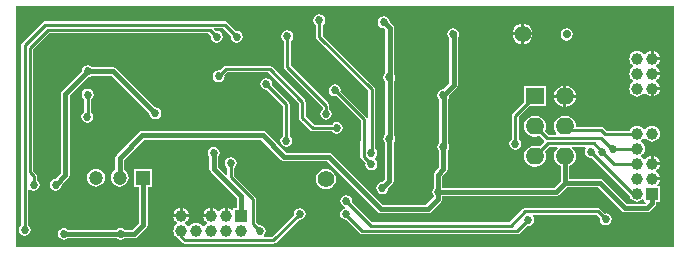
<source format=gbl>
G04 Layer_Physical_Order=2*
G04 Layer_Color=16711680*
%FSLAX23Y23*%
%MOIN*%
G70*
G01*
G75*
%ADD24C,0.010*%
%ADD25C,0.016*%
%ADD31C,0.028*%
%ADD32R,0.039X0.039*%
%ADD33C,0.039*%
%ADD34R,0.039X0.039*%
%ADD35C,0.055*%
%ADD36O,0.062X0.055*%
%ADD37R,0.062X0.055*%
%ADD38C,0.047*%
%ADD39R,0.047X0.047*%
%ADD40C,0.027*%
%ADD41C,0.031*%
G36*
X2038Y-402D02*
X-153D01*
Y402D01*
X2038D01*
Y-402D01*
D02*
G37*
%LPC*%
G36*
X1971Y-100D02*
Y-120D01*
X1991D01*
X1991Y-118D01*
X1988Y-112D01*
X1984Y-107D01*
X1979Y-103D01*
X1972Y-100D01*
X1971Y-100D01*
D02*
G37*
G36*
X112Y-141D02*
X105Y-142D01*
X97Y-145D01*
X91Y-150D01*
X86Y-156D01*
X83Y-163D01*
X82Y-171D01*
X83Y-179D01*
X86Y-186D01*
X91Y-192D01*
X97Y-197D01*
X105Y-200D01*
X112Y-201D01*
X120Y-200D01*
X127Y-197D01*
X133Y-192D01*
X138Y-186D01*
X141Y-179D01*
X142Y-171D01*
X141Y-163D01*
X138Y-156D01*
X133Y-150D01*
X127Y-145D01*
X120Y-142D01*
X112Y-141D01*
D02*
G37*
G36*
X878Y-142D02*
X869Y-143D01*
X861Y-147D01*
X854Y-152D01*
X849Y-159D01*
X845Y-167D01*
X844Y-176D01*
X845Y-185D01*
X849Y-193D01*
X854Y-200D01*
X861Y-205D01*
X869Y-209D01*
X878Y-210D01*
X887Y-209D01*
X895Y-205D01*
X902Y-200D01*
X907Y-193D01*
X911Y-185D01*
X912Y-176D01*
X911Y-167D01*
X907Y-159D01*
X902Y-152D01*
X895Y-147D01*
X887Y-143D01*
X878Y-142D01*
D02*
G37*
G36*
X1612Y133D02*
X1538D01*
Y79D01*
X1502Y43D01*
X1500Y39D01*
X1499Y35D01*
Y-42D01*
X1496Y-44D01*
X1492Y-50D01*
X1490Y-58D01*
X1492Y-66D01*
X1496Y-72D01*
X1502Y-76D01*
X1510Y-78D01*
X1518Y-76D01*
X1524Y-72D01*
X1528Y-66D01*
X1530Y-58D01*
X1528Y-50D01*
X1524Y-44D01*
X1521Y-42D01*
Y30D01*
X1557Y67D01*
X1612D01*
Y133D01*
D02*
G37*
G36*
X750Y320D02*
X742Y318D01*
X736Y314D01*
X732Y308D01*
X730Y300D01*
X732Y292D01*
X736Y286D01*
X739Y284D01*
Y198D01*
X740Y194D01*
X742Y190D01*
X868Y64D01*
Y57D01*
X865Y55D01*
X861Y49D01*
X859Y41D01*
X861Y33D01*
X865Y27D01*
X871Y23D01*
X879Y21D01*
X887Y23D01*
X893Y27D01*
X897Y33D01*
X899Y41D01*
X897Y49D01*
X893Y55D01*
X890Y57D01*
Y69D01*
X889Y73D01*
X887Y77D01*
X887Y77D01*
X761Y203D01*
Y284D01*
X764Y286D01*
X768Y292D01*
X770Y300D01*
X768Y308D01*
X764Y314D01*
X758Y318D01*
X750Y320D01*
D02*
G37*
G36*
X84Y126D02*
X76Y124D01*
X70Y120D01*
X66Y114D01*
X64Y106D01*
X66Y98D01*
X70Y92D01*
X73Y90D01*
Y49D01*
X69Y46D01*
X65Y40D01*
X63Y32D01*
X65Y24D01*
X69Y18D01*
X75Y14D01*
X83Y12D01*
X91Y14D01*
X97Y18D01*
X101Y24D01*
X103Y32D01*
X101Y40D01*
X97Y46D01*
X95Y47D01*
Y90D01*
X98Y92D01*
X102Y98D01*
X104Y106D01*
X102Y114D01*
X98Y120D01*
X92Y124D01*
X84Y126D01*
D02*
G37*
G36*
X680Y161D02*
X672Y159D01*
X666Y155D01*
X662Y149D01*
X660Y141D01*
X662Y133D01*
X666Y127D01*
X672Y123D01*
X680Y121D01*
X683Y122D01*
X736Y69D01*
Y-32D01*
X733Y-34D01*
X729Y-40D01*
X727Y-48D01*
X729Y-56D01*
X733Y-62D01*
X739Y-66D01*
X747Y-68D01*
X755Y-66D01*
X761Y-62D01*
X765Y-56D01*
X767Y-48D01*
X765Y-40D01*
X761Y-34D01*
X758Y-32D01*
Y74D01*
X757Y78D01*
X755Y82D01*
X699Y138D01*
X700Y141D01*
X698Y149D01*
X694Y155D01*
X688Y159D01*
X680Y161D01*
D02*
G37*
G36*
X1071Y367D02*
X1063Y365D01*
X1057Y361D01*
X1053Y355D01*
X1051Y347D01*
X1053Y339D01*
X1057Y333D01*
X1063Y329D01*
X1071Y327D01*
X1076Y322D01*
Y177D01*
X1076Y177D01*
X1072Y170D01*
X1070Y163D01*
X1072Y155D01*
X1076Y149D01*
X1076Y148D01*
Y-27D01*
X1076Y-27D01*
X1072Y-34D01*
X1070Y-41D01*
X1072Y-49D01*
X1076Y-55D01*
Y-177D01*
X1067Y-186D01*
X1059Y-187D01*
X1053Y-191D01*
X1049Y-198D01*
X1047Y-205D01*
X1049Y-213D01*
X1053Y-219D01*
X1059Y-224D01*
X1067Y-225D01*
X1075Y-224D01*
X1081Y-219D01*
X1085Y-213D01*
X1087Y-206D01*
X1100Y-192D01*
X1103Y-188D01*
X1104Y-182D01*
Y-55D01*
X1108Y-49D01*
X1110Y-41D01*
X1108Y-34D01*
X1105Y-28D01*
Y150D01*
X1108Y155D01*
X1110Y163D01*
X1108Y170D01*
X1105Y176D01*
Y327D01*
X1104Y333D01*
X1101Y337D01*
X1091Y347D01*
X1089Y355D01*
X1085Y361D01*
X1079Y365D01*
X1071Y367D01*
D02*
G37*
G36*
X391Y-273D02*
X389Y-273D01*
X383Y-276D01*
X377Y-280D01*
X373Y-285D01*
X371Y-291D01*
X370Y-293D01*
X391D01*
Y-273D01*
D02*
G37*
G36*
X947Y-229D02*
X939Y-231D01*
X933Y-235D01*
X928Y-241D01*
X927Y-249D01*
X928Y-257D01*
X933Y-263D01*
X939Y-267D01*
X941Y-268D01*
Y-273D01*
X938Y-274D01*
X932Y-278D01*
X927Y-284D01*
X926Y-292D01*
X927Y-300D01*
X932Y-306D01*
X938Y-310D01*
X946Y-312D01*
X947Y-312D01*
X992Y-357D01*
X995Y-359D01*
X1000Y-360D01*
X1516D01*
X1521Y-359D01*
X1524Y-357D01*
X1550Y-332D01*
X1553Y-332D01*
X1561Y-331D01*
X1567Y-326D01*
X1571Y-320D01*
X1573Y-312D01*
X1571Y-305D01*
X1568Y-299D01*
X1569Y-294D01*
X1779D01*
X1792Y-307D01*
X1791Y-310D01*
X1793Y-318D01*
X1797Y-324D01*
X1803Y-329D01*
X1811Y-330D01*
X1819Y-329D01*
X1825Y-324D01*
X1829Y-318D01*
X1831Y-310D01*
X1829Y-303D01*
X1825Y-296D01*
X1819Y-292D01*
X1811Y-290D01*
X1808Y-291D01*
X1792Y-275D01*
X1788Y-273D01*
X1784Y-272D01*
X1543D01*
X1543Y-272D01*
X1539Y-273D01*
X1535Y-275D01*
X1535Y-275D01*
X1490Y-320D01*
X1033D01*
X966Y-252D01*
X967Y-249D01*
X965Y-241D01*
X961Y-235D01*
X954Y-231D01*
X947Y-229D01*
D02*
G37*
G36*
X299Y-141D02*
X240D01*
Y-201D01*
X255D01*
Y-323D01*
X234Y-344D01*
X209D01*
X202Y-340D01*
X195Y-338D01*
X187Y-340D01*
X181Y-344D01*
X20D01*
X20Y-344D01*
X13Y-340D01*
X6Y-338D01*
X-2Y-340D01*
X-8Y-344D01*
X-13Y-350D01*
X-14Y-358D01*
X-13Y-366D01*
X-8Y-372D01*
X-2Y-376D01*
X6Y-378D01*
X13Y-376D01*
X19Y-372D01*
X181D01*
X187Y-377D01*
X195Y-378D01*
X202Y-377D01*
X209Y-372D01*
X240D01*
X245Y-371D01*
X250Y-368D01*
X279Y-339D01*
X282Y-334D01*
X284Y-329D01*
Y-201D01*
X299D01*
Y-141D01*
D02*
G37*
G36*
X401Y-273D02*
Y-293D01*
X421D01*
X421Y-291D01*
X418Y-285D01*
X414Y-280D01*
X409Y-276D01*
X402Y-273D01*
X401Y-273D01*
D02*
G37*
G36*
X1303Y328D02*
X1295Y326D01*
X1289Y322D01*
X1285Y315D01*
X1283Y308D01*
X1285Y300D01*
X1289Y294D01*
X1289Y293D01*
Y143D01*
X1269Y123D01*
X1262Y121D01*
X1256Y117D01*
X1252Y111D01*
X1250Y103D01*
X1252Y95D01*
X1256Y89D01*
X1256Y89D01*
Y-54D01*
X1256Y-55D01*
X1251Y-61D01*
X1250Y-69D01*
X1251Y-76D01*
X1256Y-83D01*
Y-137D01*
X1242Y-151D01*
X1239Y-155D01*
X1238Y-161D01*
Y-204D01*
X1234Y-211D01*
X1232Y-218D01*
X1234Y-226D01*
X1238Y-232D01*
X1237Y-237D01*
X1213Y-261D01*
X1067D01*
X898Y-92D01*
X893Y-89D01*
X888Y-88D01*
X746D01*
X678Y-20D01*
X673Y-17D01*
X668Y-16D01*
X266D01*
X260Y-17D01*
X256Y-20D01*
X181Y-95D01*
X178Y-100D01*
X176Y-105D01*
Y-145D01*
X176Y-145D01*
X170Y-150D01*
X165Y-156D01*
X162Y-163D01*
X161Y-171D01*
X162Y-179D01*
X165Y-186D01*
X170Y-192D01*
X176Y-197D01*
X183Y-200D01*
X191Y-201D01*
X199Y-200D01*
X206Y-197D01*
X212Y-192D01*
X217Y-186D01*
X220Y-179D01*
X221Y-171D01*
X220Y-163D01*
X217Y-156D01*
X212Y-150D01*
X206Y-145D01*
X205Y-145D01*
Y-111D01*
X271Y-44D01*
X662D01*
X730Y-112D01*
X734Y-115D01*
X740Y-116D01*
X882D01*
X1051Y-285D01*
X1056Y-288D01*
X1061Y-289D01*
X1219D01*
X1224Y-288D01*
X1229Y-285D01*
X1263Y-251D01*
X1266Y-247D01*
X1267Y-241D01*
Y-233D01*
X1645D01*
X1650Y-231D01*
X1655Y-228D01*
X1681Y-202D01*
X1785D01*
X1865Y-282D01*
X1870Y-285D01*
X1875Y-286D01*
X1950D01*
X1955Y-285D01*
X1960Y-282D01*
X1976Y-266D01*
X1979Y-262D01*
X1980Y-256D01*
Y-251D01*
X1991D01*
Y-199D01*
X1984D01*
X1983Y-194D01*
X1984Y-193D01*
X1988Y-188D01*
X1991Y-182D01*
X1991Y-180D01*
X1966D01*
Y-170D01*
X1991D01*
X1991Y-168D01*
X1988Y-162D01*
X1984Y-157D01*
X1979Y-153D01*
X1978Y-150D01*
Y-150D01*
X1979Y-147D01*
X1984Y-143D01*
X1988Y-138D01*
X1991Y-132D01*
X1991Y-130D01*
X1966D01*
Y-125D01*
X1961D01*
Y-100D01*
X1959Y-100D01*
X1953Y-103D01*
X1947Y-107D01*
X1943Y-112D01*
X1941Y-112D01*
X1941D01*
X1938Y-112D01*
X1934Y-107D01*
X1929Y-103D01*
X1928Y-100D01*
Y-100D01*
X1929Y-97D01*
X1934Y-93D01*
X1938Y-88D01*
X1941Y-82D01*
X1942Y-75D01*
X1941Y-68D01*
X1938Y-62D01*
X1934Y-57D01*
X1929Y-53D01*
X1928Y-50D01*
Y-50D01*
X1929Y-47D01*
X1934Y-43D01*
X1938Y-38D01*
X1941Y-38D01*
X1941D01*
X1943Y-38D01*
X1947Y-43D01*
X1953Y-47D01*
X1959Y-50D01*
X1966Y-51D01*
X1972Y-50D01*
X1979Y-47D01*
X1984Y-43D01*
X1988Y-38D01*
X1991Y-32D01*
X1992Y-25D01*
X1991Y-18D01*
X1988Y-12D01*
X1984Y-7D01*
X1979Y-3D01*
X1972Y0D01*
X1966Y1D01*
X1959Y0D01*
X1953Y-3D01*
X1947Y-7D01*
X1943Y-12D01*
X1941Y-12D01*
X1941D01*
X1938Y-12D01*
X1934Y-7D01*
X1929Y-3D01*
X1922Y0D01*
X1916Y1D01*
X1909Y0D01*
X1903Y-3D01*
X1897Y-7D01*
X1893Y-12D01*
X1892Y-14D01*
X1813D01*
X1804Y-5D01*
X1800Y-3D01*
X1796Y-2D01*
X1714D01*
X1712Y0D01*
X1711Y9D01*
X1708Y17D01*
X1702Y24D01*
X1695Y29D01*
X1687Y33D01*
X1679Y34D01*
X1671D01*
X1663Y33D01*
X1655Y29D01*
X1648Y24D01*
X1642Y17D01*
X1639Y9D01*
X1638Y0D01*
X1639Y-9D01*
X1642Y-17D01*
X1647Y-23D01*
X1646Y-28D01*
X1619D01*
X1608Y-17D01*
X1608Y-17D01*
X1611Y-9D01*
X1612Y0D01*
X1611Y9D01*
X1608Y17D01*
X1602Y24D01*
X1595Y29D01*
X1587Y33D01*
X1579Y34D01*
X1571D01*
X1563Y33D01*
X1555Y29D01*
X1548Y24D01*
X1542Y17D01*
X1539Y9D01*
X1538Y0D01*
X1539Y-9D01*
X1542Y-17D01*
X1548Y-24D01*
X1555Y-29D01*
X1563Y-33D01*
X1571Y-34D01*
X1579D01*
X1587Y-33D01*
X1591Y-31D01*
X1606Y-46D01*
X1607Y-50D01*
X1607Y-52D01*
X1591Y-69D01*
X1587Y-67D01*
X1579Y-66D01*
X1571D01*
X1563Y-67D01*
X1555Y-71D01*
X1548Y-76D01*
X1542Y-83D01*
X1539Y-91D01*
X1538Y-100D01*
X1539Y-109D01*
X1542Y-117D01*
X1548Y-124D01*
X1555Y-129D01*
X1563Y-133D01*
X1571Y-134D01*
X1579D01*
X1587Y-133D01*
X1595Y-129D01*
X1602Y-124D01*
X1608Y-117D01*
X1611Y-109D01*
X1612Y-100D01*
X1611Y-91D01*
X1608Y-83D01*
X1608Y-83D01*
X1622Y-68D01*
X1650D01*
X1651Y-73D01*
X1648Y-76D01*
X1642Y-83D01*
X1639Y-91D01*
X1638Y-100D01*
X1639Y-109D01*
X1642Y-117D01*
X1648Y-124D01*
X1655Y-129D01*
X1661Y-132D01*
Y-182D01*
X1639Y-204D01*
X1266D01*
Y-166D01*
X1280Y-153D01*
X1283Y-148D01*
X1284Y-143D01*
Y-83D01*
X1288Y-76D01*
X1290Y-69D01*
X1288Y-61D01*
X1285Y-56D01*
Y90D01*
X1288Y95D01*
X1290Y103D01*
X1290Y103D01*
X1314Y127D01*
X1317Y132D01*
X1318Y137D01*
Y295D01*
X1321Y300D01*
X1323Y308D01*
X1321Y315D01*
X1317Y322D01*
X1311Y326D01*
X1303Y328D01*
D02*
G37*
G36*
X504Y-68D02*
X496Y-70D01*
X490Y-74D01*
X485Y-80D01*
X484Y-88D01*
X485Y-96D01*
X489Y-102D01*
Y-141D01*
X491Y-146D01*
X494Y-151D01*
X581Y-238D01*
Y-272D01*
X570D01*
Y-279D01*
X565Y-281D01*
X564Y-280D01*
X559Y-276D01*
X552Y-273D01*
X551Y-273D01*
Y-298D01*
X541D01*
Y-273D01*
X539Y-273D01*
X533Y-276D01*
X527Y-280D01*
X523Y-285D01*
X521Y-285D01*
X521D01*
X518Y-285D01*
X514Y-280D01*
X509Y-276D01*
X502Y-273D01*
X501Y-273D01*
Y-298D01*
X496D01*
Y-303D01*
X470D01*
X471Y-305D01*
X473Y-311D01*
X477Y-316D01*
X482Y-320D01*
X483Y-323D01*
Y-323D01*
X482Y-326D01*
X477Y-330D01*
X473Y-335D01*
X471Y-335D01*
X471D01*
X468Y-335D01*
X464Y-330D01*
X459Y-326D01*
X452Y-323D01*
X446Y-322D01*
X439Y-323D01*
X433Y-326D01*
X427Y-330D01*
X423Y-335D01*
X421Y-335D01*
X421D01*
X418Y-335D01*
X414Y-330D01*
X409Y-326D01*
X408Y-323D01*
Y-323D01*
X409Y-320D01*
X414Y-316D01*
X418Y-311D01*
X421Y-305D01*
X421Y-303D01*
X370D01*
X371Y-305D01*
X373Y-311D01*
X377Y-316D01*
X382Y-320D01*
X383Y-323D01*
Y-323D01*
X382Y-326D01*
X377Y-330D01*
X373Y-335D01*
X371Y-341D01*
X370Y-348D01*
X371Y-355D01*
X373Y-361D01*
X377Y-366D01*
X383Y-370D01*
X385Y-371D01*
X385Y-372D01*
X388Y-376D01*
X400Y-388D01*
X403Y-390D01*
X408Y-391D01*
X703D01*
X707Y-390D01*
X711Y-388D01*
X788Y-311D01*
X791Y-312D01*
X799Y-310D01*
X805Y-306D01*
X809Y-300D01*
X811Y-292D01*
X809Y-284D01*
X805Y-278D01*
X799Y-274D01*
X791Y-272D01*
X783Y-274D01*
X777Y-278D01*
X773Y-284D01*
X771Y-292D01*
X772Y-295D01*
X698Y-369D01*
X673D01*
X672Y-364D01*
X673Y-363D01*
X677Y-357D01*
X679Y-349D01*
X677Y-341D01*
X673Y-335D01*
X667Y-331D01*
X659Y-329D01*
X656Y-330D01*
X645Y-319D01*
Y-242D01*
X644Y-238D01*
X642Y-234D01*
X572Y-164D01*
Y-139D01*
X575Y-137D01*
X579Y-130D01*
X581Y-123D01*
X579Y-115D01*
X575Y-109D01*
X569Y-104D01*
X561Y-103D01*
X553Y-104D01*
X547Y-109D01*
X543Y-115D01*
X541Y-123D01*
X543Y-130D01*
X547Y-137D01*
X550Y-139D01*
Y-160D01*
X545Y-162D01*
X518Y-135D01*
Y-102D01*
X522Y-96D01*
X524Y-88D01*
X522Y-80D01*
X518Y-74D01*
X511Y-70D01*
X504Y-68D01*
D02*
G37*
G36*
X491Y-273D02*
X489Y-273D01*
X483Y-276D01*
X477Y-280D01*
X473Y-285D01*
X471Y-291D01*
X470Y-293D01*
X491D01*
Y-273D01*
D02*
G37*
G36*
X1971Y250D02*
Y230D01*
X1991D01*
X1991Y232D01*
X1988Y238D01*
X1984Y243D01*
X1979Y247D01*
X1972Y250D01*
X1971Y250D01*
D02*
G37*
G36*
X1529Y304D02*
X1501D01*
X1501Y300D01*
X1505Y292D01*
X1510Y285D01*
X1517Y279D01*
X1525Y276D01*
X1529Y275D01*
Y304D01*
D02*
G37*
G36*
X1539Y342D02*
Y314D01*
X1567D01*
X1567Y317D01*
X1563Y326D01*
X1558Y333D01*
X1551Y338D01*
X1543Y341D01*
X1539Y342D01*
D02*
G37*
G36*
X691Y202D02*
X545D01*
X540Y201D01*
X537Y199D01*
X524Y186D01*
X521Y187D01*
X513Y185D01*
X507Y181D01*
X502Y175D01*
X501Y167D01*
X502Y159D01*
X507Y153D01*
X513Y149D01*
X521Y147D01*
X528Y149D01*
X535Y153D01*
X539Y159D01*
X541Y167D01*
X540Y170D01*
X549Y180D01*
X686D01*
X789Y77D01*
Y29D01*
X790Y25D01*
X792Y21D01*
X826Y-13D01*
X826Y-13D01*
X830Y-15D01*
X834Y-16D01*
X834Y-16D01*
X899D01*
X901Y-19D01*
X907Y-23D01*
X915Y-25D01*
X923Y-23D01*
X929Y-19D01*
X933Y-13D01*
X935Y-5D01*
X933Y3D01*
X929Y9D01*
X923Y13D01*
X915Y15D01*
X907Y13D01*
X901Y9D01*
X899Y6D01*
X839D01*
X811Y34D01*
Y82D01*
X811Y82D01*
X810Y86D01*
X808Y90D01*
X699Y199D01*
X695Y201D01*
X691Y202D01*
D02*
G37*
G36*
X1681Y327D02*
X1673Y325D01*
X1667Y321D01*
X1662Y314D01*
X1661Y307D01*
X1662Y299D01*
X1667Y292D01*
X1673Y288D01*
X1681Y286D01*
X1689Y288D01*
X1695Y292D01*
X1700Y299D01*
X1701Y307D01*
X1700Y314D01*
X1695Y321D01*
X1689Y325D01*
X1681Y327D01*
D02*
G37*
G36*
X1529Y342D02*
X1525Y341D01*
X1517Y338D01*
X1510Y333D01*
X1505Y326D01*
X1501Y317D01*
X1501Y314D01*
X1529D01*
Y342D01*
D02*
G37*
G36*
X1567Y304D02*
X1539D01*
Y275D01*
X1543Y276D01*
X1551Y279D01*
X1558Y285D01*
X1563Y292D01*
X1567Y300D01*
X1567Y304D01*
D02*
G37*
G36*
X541Y350D02*
X-58D01*
X-62Y350D01*
X-66Y347D01*
X-134Y279D01*
X-137Y275D01*
X-137Y271D01*
Y-329D01*
X-140Y-331D01*
X-145Y-337D01*
X-146Y-345D01*
X-145Y-353D01*
X-140Y-359D01*
X-134Y-363D01*
X-126Y-365D01*
X-119Y-363D01*
X-112Y-359D01*
X-108Y-353D01*
X-106Y-345D01*
X-108Y-337D01*
X-112Y-331D01*
X-115Y-329D01*
Y-211D01*
X-111Y-209D01*
X-110Y-209D01*
X-104Y-213D01*
X-96Y-215D01*
X-89Y-213D01*
X-82Y-209D01*
X-78Y-203D01*
X-76Y-195D01*
X-78Y-187D01*
X-82Y-181D01*
X-85Y-179D01*
Y-166D01*
X-86Y-161D01*
X-88Y-158D01*
X-88Y-158D01*
X-97Y-149D01*
Y256D01*
X-43Y310D01*
X487D01*
X495Y302D01*
X494Y299D01*
X496Y291D01*
X500Y285D01*
X506Y281D01*
X514Y279D01*
X522Y281D01*
X528Y285D01*
X532Y291D01*
X534Y299D01*
X532Y307D01*
X528Y313D01*
X522Y317D01*
X514Y319D01*
X511Y318D01*
X505Y323D01*
X507Y328D01*
X536D01*
X562Y302D01*
X561Y299D01*
X563Y291D01*
X567Y285D01*
X573Y281D01*
X581Y279D01*
X589Y281D01*
X595Y285D01*
X599Y291D01*
X601Y299D01*
X599Y307D01*
X595Y313D01*
X589Y317D01*
X581Y319D01*
X578Y318D01*
X549Y347D01*
X545Y350D01*
X541Y350D01*
D02*
G37*
G36*
X1670Y95D02*
X1638D01*
X1639Y91D01*
X1642Y83D01*
X1648Y76D01*
X1655Y71D01*
X1663Y67D01*
X1670Y66D01*
Y95D01*
D02*
G37*
G36*
X1712D02*
X1680D01*
Y66D01*
X1687Y67D01*
X1695Y71D01*
X1702Y76D01*
X1708Y83D01*
X1711Y91D01*
X1712Y95D01*
D02*
G37*
G36*
X84Y203D02*
X77Y202D01*
X70Y197D01*
X66Y191D01*
X64Y183D01*
X65Y182D01*
X0Y117D01*
X-3Y113D01*
X-4Y107D01*
Y-157D01*
X-22Y-175D01*
X-30Y-177D01*
X-36Y-181D01*
X-40Y-187D01*
X-42Y-195D01*
X-40Y-203D01*
X-36Y-209D01*
X-30Y-213D01*
X-22Y-215D01*
X-14Y-213D01*
X-8Y-209D01*
X-4Y-203D01*
X-2Y-195D01*
X20Y-173D01*
X23Y-168D01*
X25Y-163D01*
Y102D01*
X87Y164D01*
X92Y165D01*
X98Y169D01*
X164D01*
X290Y43D01*
X292Y35D01*
X296Y29D01*
X302Y25D01*
X310Y23D01*
X318Y25D01*
X324Y29D01*
X328Y35D01*
X330Y43D01*
X328Y51D01*
X324Y57D01*
X318Y61D01*
X310Y63D01*
X180Y193D01*
X175Y196D01*
X170Y197D01*
X99D01*
X98Y197D01*
X92Y202D01*
X84Y203D01*
D02*
G37*
G36*
X857Y374D02*
X849Y372D01*
X843Y368D01*
X839Y362D01*
X837Y354D01*
X839Y346D01*
X843Y340D01*
X846Y338D01*
Y298D01*
X847Y293D01*
X849Y290D01*
X1020Y119D01*
Y30D01*
X1017Y29D01*
X1015Y29D01*
X1013Y32D01*
X1013Y32D01*
X927Y118D01*
X928Y120D01*
X926Y128D01*
X922Y134D01*
X915Y138D01*
X908Y140D01*
X900Y138D01*
X894Y134D01*
X889Y128D01*
X888Y120D01*
X889Y112D01*
X894Y106D01*
X900Y102D01*
X908Y100D01*
X912Y101D01*
X994Y20D01*
Y-48D01*
X993Y-48D01*
Y-101D01*
X994Y-105D01*
X997Y-109D01*
X1011Y-123D01*
X1010Y-126D01*
X1012Y-134D01*
X1016Y-140D01*
X1022Y-145D01*
X1030Y-146D01*
X1038Y-145D01*
X1044Y-140D01*
X1048Y-134D01*
X1050Y-126D01*
X1048Y-119D01*
X1044Y-112D01*
X1041Y-110D01*
Y-104D01*
X1044Y-102D01*
X1048Y-96D01*
X1050Y-88D01*
X1048Y-81D01*
X1044Y-74D01*
X1042Y-73D01*
Y124D01*
X1041Y128D01*
X1039Y132D01*
X868Y302D01*
Y338D01*
X871Y340D01*
X875Y346D01*
X877Y354D01*
X875Y362D01*
X871Y368D01*
X865Y372D01*
X857Y374D01*
D02*
G37*
G36*
X1670Y134D02*
X1663Y133D01*
X1655Y129D01*
X1648Y124D01*
X1642Y117D01*
X1639Y109D01*
X1638Y105D01*
X1670D01*
Y134D01*
D02*
G37*
G36*
X1680D02*
Y105D01*
X1712D01*
X1711Y109D01*
X1708Y117D01*
X1702Y124D01*
X1695Y129D01*
X1687Y133D01*
X1680Y134D01*
D02*
G37*
G36*
X1916Y251D02*
X1909Y250D01*
X1903Y247D01*
X1897Y243D01*
X1893Y238D01*
X1891Y232D01*
X1890Y225D01*
X1891Y218D01*
X1893Y212D01*
X1897Y207D01*
X1902Y203D01*
X1903Y200D01*
Y200D01*
X1902Y197D01*
X1897Y193D01*
X1893Y188D01*
X1891Y182D01*
X1890Y175D01*
X1891Y168D01*
X1893Y162D01*
X1897Y157D01*
X1902Y153D01*
X1903Y150D01*
Y150D01*
X1902Y147D01*
X1897Y143D01*
X1893Y138D01*
X1891Y132D01*
X1890Y125D01*
X1891Y118D01*
X1893Y112D01*
X1897Y107D01*
X1903Y103D01*
X1909Y100D01*
X1916Y99D01*
X1922Y100D01*
X1929Y103D01*
X1934Y107D01*
X1938Y112D01*
X1941Y112D01*
X1941D01*
X1943Y112D01*
X1947Y107D01*
X1953Y103D01*
X1959Y100D01*
X1961Y100D01*
Y125D01*
X1966D01*
Y130D01*
X1991D01*
X1991Y132D01*
X1988Y138D01*
X1984Y143D01*
X1979Y147D01*
X1978Y150D01*
Y150D01*
X1979Y153D01*
X1984Y157D01*
X1988Y162D01*
X1991Y168D01*
X1991Y170D01*
X1966D01*
Y180D01*
X1991D01*
X1991Y182D01*
X1988Y188D01*
X1984Y193D01*
X1979Y197D01*
X1978Y200D01*
Y200D01*
X1979Y203D01*
X1984Y207D01*
X1988Y212D01*
X1991Y218D01*
X1991Y220D01*
X1966D01*
Y225D01*
X1961D01*
Y250D01*
X1959Y250D01*
X1953Y247D01*
X1947Y243D01*
X1943Y238D01*
X1941Y238D01*
X1941D01*
X1938Y238D01*
X1934Y243D01*
X1929Y247D01*
X1922Y250D01*
X1916Y251D01*
D02*
G37*
G36*
X1991Y120D02*
X1971D01*
Y100D01*
X1972Y100D01*
X1979Y103D01*
X1984Y107D01*
X1988Y112D01*
X1991Y118D01*
X1991Y120D01*
D02*
G37*
%LPD*%
G36*
X1745Y-73D02*
X1743Y-77D01*
X1741Y-84D01*
X1743Y-92D01*
X1747Y-98D01*
X1753Y-103D01*
X1761Y-104D01*
X1764Y-104D01*
X1890Y-229D01*
X1891Y-232D01*
X1893Y-238D01*
X1897Y-243D01*
X1903Y-247D01*
X1909Y-250D01*
X1916Y-251D01*
X1922Y-250D01*
X1929Y-247D01*
X1934Y-243D01*
X1935Y-242D01*
X1940Y-244D01*
Y-251D01*
X1942D01*
X1944Y-256D01*
X1943Y-258D01*
X1881D01*
X1801Y-178D01*
X1796Y-175D01*
X1791Y-174D01*
X1689D01*
Y-132D01*
X1695Y-129D01*
X1702Y-124D01*
X1708Y-117D01*
X1711Y-109D01*
X1712Y-100D01*
X1711Y-91D01*
X1708Y-83D01*
X1702Y-76D01*
X1699Y-73D01*
X1700Y-68D01*
X1742D01*
X1745Y-73D01*
D02*
G37*
D24*
X408Y-380D02*
X703D01*
X791Y-292D01*
X691Y191D02*
X800Y82D01*
Y29D02*
Y82D01*
Y29D02*
X834Y-5D01*
X915D01*
X879Y41D02*
Y69D01*
X545Y191D02*
X691D01*
X521Y167D02*
X545Y191D01*
X680Y141D02*
X747Y74D01*
Y-48D02*
Y74D01*
X908Y121D02*
X1005Y24D01*
X634Y-324D02*
Y-242D01*
X561Y-169D02*
X634Y-242D01*
X561Y-169D02*
Y-123D01*
X1031Y-77D02*
Y124D01*
X946Y-295D02*
Y-292D01*
X1575Y-100D02*
X1618Y-57D01*
X1575Y0D02*
X1614Y-39D01*
X1510Y-58D02*
Y35D01*
X1575Y100D01*
X1005Y-48D02*
X1005Y-48D01*
Y24D01*
X1843Y-75D02*
X1916D01*
X396Y-368D02*
Y-348D01*
X1784Y-283D02*
X1811Y-310D01*
X1543Y-283D02*
X1784D01*
X84Y33D02*
Y106D01*
X1618Y-57D02*
X1771D01*
X1798Y-84D01*
X1808Y-25D02*
X1916D01*
X1675Y0D02*
X1688Y-13D01*
X1796D01*
X1808Y-25D01*
X1798Y-84D02*
X1839Y-125D01*
X1914D01*
X1916D01*
X1914D02*
X1916Y-123D01*
X1833Y-75D02*
X1835D01*
X1797Y-39D02*
X1833Y-75D01*
X1839Y-71D02*
X1843Y-75D01*
X1614Y-39D02*
X1797D01*
X396Y-368D02*
X408Y-380D01*
X634Y-324D02*
X659Y-349D01*
X492Y321D02*
X514Y299D01*
X-58Y339D02*
X541D01*
X-48Y321D02*
X492D01*
X541Y339D02*
X581Y299D01*
X-96Y-195D02*
Y-166D01*
X1516Y-349D02*
X1553Y-312D01*
X946Y-295D02*
X1000Y-349D01*
X1495Y-331D02*
X1543Y-283D01*
X947Y-249D02*
X1029Y-331D01*
X1000Y-349D02*
X1516D01*
X1029Y-331D02*
X1495D01*
X1005Y-101D02*
X1030Y-126D01*
X1005Y-101D02*
Y-48D01*
X857Y298D02*
Y354D01*
Y298D02*
X1031Y124D01*
X1761Y-84D02*
X1902Y-225D01*
X1916D01*
X-126Y-345D02*
Y271D01*
X-58Y339D01*
X-109Y-153D02*
X-96Y-166D01*
X-109Y-153D02*
Y260D01*
X-48Y321D01*
X750Y198D02*
Y300D01*
Y198D02*
X879Y69D01*
D25*
X10Y107D02*
X86Y183D01*
X596Y-298D02*
Y-233D01*
X504Y-141D02*
X596Y-233D01*
X504Y-141D02*
Y-88D01*
X740Y-102D02*
X888D01*
X668Y-30D02*
X740Y-102D01*
X266Y-30D02*
X668D01*
X6Y-358D02*
X195D01*
X1875Y-272D02*
X1950D01*
X1966Y-256D01*
Y-223D01*
X1675Y-188D02*
X1791D01*
X1875Y-272D01*
X191Y-105D02*
X266Y-30D01*
X191Y-173D02*
Y-105D01*
X195Y-358D02*
X240D01*
X269Y-329D01*
Y-173D01*
X86Y183D02*
X170D01*
X310Y43D01*
X888Y-102D02*
X1061Y-275D01*
X1219D01*
X1253Y-241D01*
X1067Y-205D02*
X1090Y-182D01*
Y-41D01*
Y-34D01*
X1252Y-218D02*
X1253D01*
X1645D01*
X1675Y-188D01*
Y-100D01*
X1270Y-143D02*
Y-69D01*
X1252Y-218D02*
Y-161D01*
X1253Y-241D02*
Y-218D01*
X1252Y-161D02*
X1270Y-143D01*
X1271Y-69D02*
Y104D01*
X1304Y137D01*
Y312D01*
X1071Y347D02*
X1091Y327D01*
Y-34D02*
Y327D01*
X-22Y-195D02*
X10Y-163D01*
Y107D01*
D31*
X1681Y307D02*
D03*
D32*
X596Y-298D02*
D03*
D33*
Y-348D02*
D03*
X546Y-298D02*
D03*
Y-348D02*
D03*
X496Y-298D02*
D03*
Y-348D02*
D03*
X446D02*
D03*
X396Y-298D02*
D03*
Y-348D02*
D03*
X1916Y225D02*
D03*
X1966D02*
D03*
X1916Y175D02*
D03*
X1966D02*
D03*
X1916Y125D02*
D03*
X1966D02*
D03*
X1916Y-25D02*
D03*
X1966D02*
D03*
X1916Y-75D02*
D03*
Y-125D02*
D03*
X1966D02*
D03*
X1916Y-175D02*
D03*
X1966D02*
D03*
X1916Y-225D02*
D03*
D34*
X1966D02*
D03*
D35*
X1534Y309D02*
D03*
X878Y-176D02*
D03*
D36*
X1675Y100D02*
D03*
Y0D02*
D03*
Y-100D02*
D03*
X1575Y0D02*
D03*
Y-100D02*
D03*
D37*
Y100D02*
D03*
D38*
X112Y-171D02*
D03*
X191D02*
D03*
D39*
X270D02*
D03*
D40*
X1071Y347D02*
D03*
X865Y-322D02*
D03*
X791Y-292D02*
D03*
X747Y-48D02*
D03*
X908Y120D02*
D03*
X1061Y111D02*
D03*
X680Y141D02*
D03*
X-126Y-345D02*
D03*
X155Y-268D02*
D03*
X50Y-52D02*
D03*
X195Y-358D02*
D03*
X-47Y-47D02*
D03*
X1303Y308D02*
D03*
X1252Y-218D02*
D03*
X1395Y-5D02*
D03*
X1855Y27D02*
D03*
X1734D02*
D03*
X-59Y-195D02*
D03*
X1060Y-59D02*
D03*
X1030Y-88D02*
D03*
X774Y-163D02*
D03*
X393Y-161D02*
D03*
X1811Y-310D02*
D03*
X1326Y-6D02*
D03*
X1150Y-304D02*
D03*
X1454Y-266D02*
D03*
X1908Y-309D02*
D03*
X1553Y-312D02*
D03*
X947Y-249D02*
D03*
X946Y-292D02*
D03*
X1222Y198D02*
D03*
X196Y-308D02*
D03*
X200Y253D02*
D03*
X1032Y-177D02*
D03*
X-96Y-195D02*
D03*
X17Y168D02*
D03*
X1504Y-145D02*
D03*
X1180Y312D02*
D03*
X1090Y-41D02*
D03*
X1030Y-126D02*
D03*
X1140Y-22D02*
D03*
X1224Y-147D02*
D03*
X1270Y-69D02*
D03*
X1274Y163D02*
D03*
X1464Y-7D02*
D03*
X1455Y144D02*
D03*
X313Y-320D02*
D03*
X114Y-309D02*
D03*
X1755Y-349D02*
D03*
X1618Y-348D02*
D03*
X1178Y100D02*
D03*
X1337Y164D02*
D03*
X990Y-253D02*
D03*
X822Y-210D02*
D03*
X975Y-41D02*
D03*
X1067Y-205D02*
D03*
X229Y-268D02*
D03*
X1798Y126D02*
D03*
X1977Y46D02*
D03*
X1625Y-144D02*
D03*
X1798Y-84D02*
D03*
X1693Y199D02*
D03*
X1765Y180D02*
D03*
X1519Y197D02*
D03*
X1832Y270D02*
D03*
X1926Y341D02*
D03*
X-22Y-195D02*
D03*
X1090Y163D02*
D03*
X521Y167D02*
D03*
X671Y-83D02*
D03*
Y7D02*
D03*
X504Y-88D02*
D03*
X6Y-358D02*
D03*
X1761Y-84D02*
D03*
X1510Y-58D02*
D03*
X1721Y-142D02*
D03*
X915Y-5D02*
D03*
X879Y41D02*
D03*
X666Y-260D02*
D03*
X1029Y-377D02*
D03*
X1453D02*
D03*
X201Y381D02*
D03*
X84Y183D02*
D03*
X396Y278D02*
D03*
X561Y-123D02*
D03*
X83Y32D02*
D03*
X84Y106D02*
D03*
X310Y43D02*
D03*
X247Y48D02*
D03*
X189Y46D02*
D03*
X318Y190D02*
D03*
X353Y210D02*
D03*
X315Y-111D02*
D03*
X1798Y27D02*
D03*
X1835Y-75D02*
D03*
X581Y299D02*
D03*
X514D02*
D03*
X373Y365D02*
D03*
X-41D02*
D03*
X-39Y286D02*
D03*
X672Y358D02*
D03*
X659Y-349D02*
D03*
X-47Y43D02*
D03*
X394Y-222D02*
D03*
X1178Y-245D02*
D03*
X1378Y-168D02*
D03*
X1178Y-79D02*
D03*
X1311Y371D02*
D03*
X1611Y375D02*
D03*
X78Y-266D02*
D03*
X867Y169D02*
D03*
X857Y354D02*
D03*
X1154Y238D02*
D03*
X1270Y103D02*
D03*
X750Y300D02*
D03*
X760Y-365D02*
D03*
D41*
X-48Y-288D02*
D03*
X-71D02*
D03*
M02*

</source>
